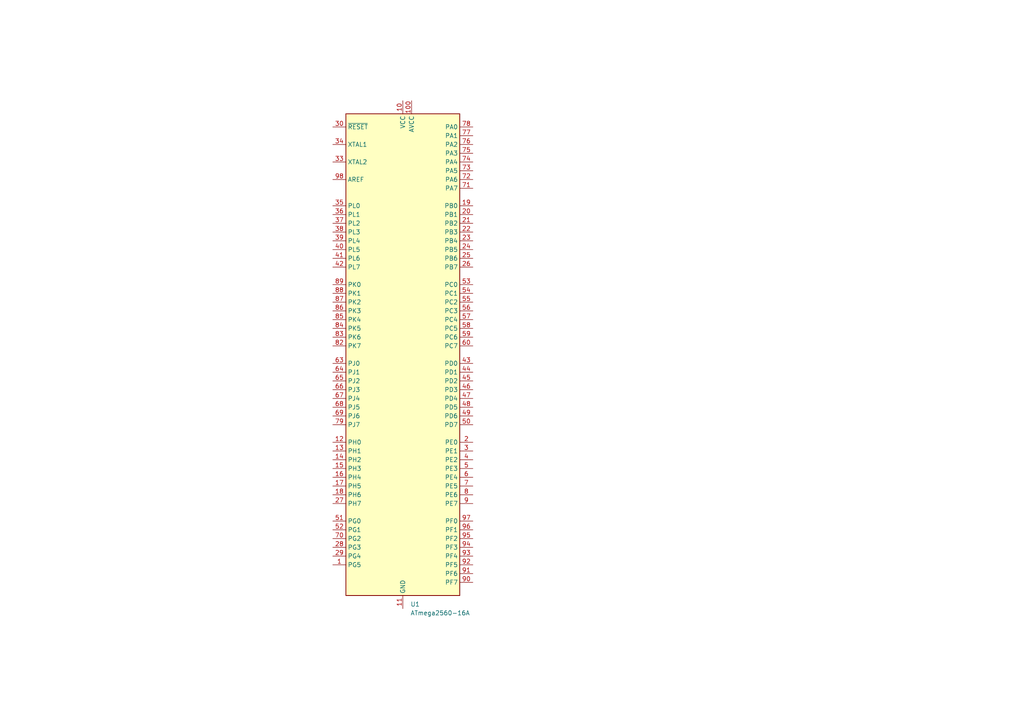
<source format=kicad_sch>
(kicad_sch (version 20230121) (generator eeschema)
  (paper "A4")
  (lib_symbols
    (symbol "MCU_Microchip_ATmega:ATmega2560-16A"
      (property "Reference" "U" (at 0 1.27 0))
      (property "Value" "ATmega2560-16A" (at 0 -1.27 0))
      (symbol "ATmega2560-16A_0_1"
        (rectangle (start -16.51 -69.85) (end 16.51 69.85) (stroke (width 0.254)) (fill (type background)))
      )
      (symbol "ATmega2560-16A_1_1"
        (pin bidirectional line (at -20.32 -60.96 0) (length 3.81) (name "PG5") (number "1"))
        (pin power_in line (at 0 73.66 270) (length 3.81) (name "VCC") (number "10"))
        (pin power_in line (at 2.54 73.66 270) (length 3.81) (name "AVCC") (number "100"))
        (pin power_in line (at 0 -73.66 90) (length 3.81) (name "GND") (number "11"))
        (pin bidirectional line (at -20.32 -25.4 0) (length 3.81) (name "PH0") (number "12"))
        (pin bidirectional line (at -20.32 -27.94 0) (length 3.81) (name "PH1") (number "13"))
        (pin bidirectional line (at -20.32 -30.48 0) (length 3.81) (name "PH2") (number "14"))
        (pin bidirectional line (at -20.32 -33.02 0) (length 3.81) (name "PH3") (number "15"))
        (pin bidirectional line (at -20.32 -35.56 0) (length 3.81) (name "PH4") (number "16"))
        (pin bidirectional line (at -20.32 -38.1 0) (length 3.81) (name "PH5") (number "17"))
        (pin bidirectional line (at -20.32 -40.64 0) (length 3.81) (name "PH6") (number "18"))
        (pin bidirectional line (at 20.32 43.18 180) (length 3.81) (name "PB0") (number "19"))
        (pin bidirectional line (at 20.32 -25.4 180) (length 3.81) (name "PE0") (number "2"))
        (pin bidirectional line (at 20.32 40.64 180) (length 3.81) (name "PB1") (number "20"))
        (pin bidirectional line (at 20.32 38.1 180) (length 3.81) (name "PB2") (number "21"))
        (pin bidirectional line (at 20.32 35.56 180) (length 3.81) (name "PB3") (number "22"))
        (pin bidirectional line (at 20.32 33.02 180) (length 3.81) (name "PB4") (number "23"))
        (pin bidirectional line (at 20.32 30.48 180) (length 3.81) (name "PB5") (number "24"))
        (pin bidirectional line (at 20.32 27.94 180) (length 3.81) (name "PB6") (number "25"))
        (pin bidirectional line (at 20.32 25.4 180) (length 3.81) (name "PB7") (number "26"))
        (pin bidirectional line (at -20.32 -43.18 0) (length 3.81) (name "PH7") (number "27"))
        (pin bidirectional line (at -20.32 -55.88 0) (length 3.81) (name "PG3") (number "28"))
        (pin bidirectional line (at -20.32 -58.42 0) (length 3.81) (name "PG4") (number "29"))
        (pin bidirectional line (at 20.32 -27.94 180) (length 3.81) (name "PE1") (number "3"))
        (pin input line (at -20.32 66.04 0) (length 3.81) (name "~{RESET}") (number "30"))
        (pin passive line (at 0 73.66 270) (length 3.81) hide (name "VCC") (number "31"))
        (pin passive line (at 0 -73.66 90) (length 3.81) hide (name "GND") (number "32"))
        (pin output line (at -20.32 55.88 0) (length 3.81) (name "XTAL2") (number "33"))
        (pin input line (at -20.32 60.96 0) (length 3.81) (name "XTAL1") (number "34"))
        (pin bidirectional line (at -20.32 43.18 0) (length 3.81) (name "PL0") (number "35"))
        (pin bidirectional line (at -20.32 40.64 0) (length 3.81) (name "PL1") (number "36"))
        (pin bidirectional line (at -20.32 38.1 0) (length 3.81) (name "PL2") (number "37"))
        (pin bidirectional line (at -20.32 35.56 0) (length 3.81) (name "PL3") (number "38"))
        (pin bidirectional line (at -20.32 33.02 0) (length 3.81) (name "PL4") (number "39"))
        (pin bidirectional line (at 20.32 -30.48 180) (length 3.81) (name "PE2") (number "4"))
        (pin bidirectional line (at -20.32 30.48 0) (length 3.81) (name "PL5") (number "40"))
        (pin bidirectional line (at -20.32 27.94 0) (length 3.81) (name "PL6") (number "41"))
        (pin bidirectional line (at -20.32 25.4 0) (length 3.81) (name "PL7") (number "42"))
        (pin bidirectional line (at 20.32 -2.54 180) (length 3.81) (name "PD0") (number "43"))
        (pin bidirectional line (at 20.32 -5.08 180) (length 3.81) (name "PD1") (number "44"))
        (pin bidirectional line (at 20.32 -7.62 180) (length 3.81) (name "PD2") (number "45"))
        (pin bidirectional line (at 20.32 -10.16 180) (length 3.81) (name "PD3") (number "46"))
        (pin bidirectional line (at 20.32 -12.7 180) (length 3.81) (name "PD4") (number "47"))
        (pin bidirectional line (at 20.32 -15.24 180) (length 3.81) (name "PD5") (number "48"))
        (pin bidirectional line (at 20.32 -17.78 180) (length 3.81) (name "PD6") (number "49"))
        (pin bidirectional line (at 20.32 -33.02 180) (length 3.81) (name "PE3") (number "5"))
        (pin bidirectional line (at 20.32 -20.32 180) (length 3.81) (name "PD7") (number "50"))
        (pin bidirectional line (at -20.32 -48.26 0) (length 3.81) (name "PG0") (number "51"))
        (pin bidirectional line (at -20.32 -50.8 0) (length 3.81) (name "PG1") (number "52"))
        (pin bidirectional line (at 20.32 20.32 180) (length 3.81) (name "PC0") (number "53"))
        (pin bidirectional line (at 20.32 17.78 180) (length 3.81) (name "PC1") (number "54"))
        (pin bidirectional line (at 20.32 15.24 180) (length 3.81) (name "PC2") (number "55"))
        (pin bidirectional line (at 20.32 12.7 180) (length 3.81) (name "PC3") (number "56"))
        (pin bidirectional line (at 20.32 10.16 180) (length 3.81) (name "PC4") (number "57"))
        (pin bidirectional line (at 20.32 7.62 180) (length 3.81) (name "PC5") (number "58"))
        (pin bidirectional line (at 20.32 5.08 180) (length 3.81) (name "PC6") (number "59"))
        (pin bidirectional line (at 20.32 -35.56 180) (length 3.81) (name "PE4") (number "6"))
        (pin bidirectional line (at 20.32 2.54 180) (length 3.81) (name "PC7") (number "60"))
        (pin passive line (at 0 73.66 270) (length 3.81) hide (name "VCC") (number "61"))
        (pin passive line (at 0 -73.66 90) (length 3.81) hide (name "GND") (number "62"))
        (pin bidirectional line (at -20.32 -2.54 0) (length 3.81) (name "PJ0") (number "63"))
        (pin bidirectional line (at -20.32 -5.08 0) (length 3.81) (name "PJ1") (number "64"))
        (pin bidirectional line (at -20.32 -7.62 0) (length 3.81) (name "PJ2") (number "65"))
        (pin bidirectional line (at -20.32 -10.16 0) (length 3.81) (name "PJ3") (number "66"))
        (pin bidirectional line (at -20.32 -12.7 0) (length 3.81) (name "PJ4") (number "67"))
        (pin bidirectional line (at -20.32 -15.24 0) (length 3.81) (name "PJ5") (number "68"))
        (pin bidirectional line (at -20.32 -17.78 0) (length 3.81) (name "PJ6") (number "69"))
        (pin bidirectional line (at 20.32 -38.1 180) (length 3.81) (name "PE5") (number "7"))
        (pin bidirectional line (at -20.32 -53.34 0) (length 3.81) (name "PG2") (number "70"))
        (pin bidirectional line (at 20.32 48.26 180) (length 3.81) (name "PA7") (number "71"))
        (pin bidirectional line (at 20.32 50.8 180) (length 3.81) (name "PA6") (number "72"))
        (pin bidirectional line (at 20.32 53.34 180) (length 3.81) (name "PA5") (number "73"))
        (pin bidirectional line (at 20.32 55.88 180) (length 3.81) (name "PA4") (number "74"))
        (pin bidirectional line (at 20.32 58.42 180) (length 3.81) (name "PA3") (number "75"))
        (pin bidirectional line (at 20.32 60.96 180) (length 3.81) (name "PA2") (number "76"))
        (pin bidirectional line (at 20.32 63.5 180) (length 3.81) (name "PA1") (number "77"))
        (pin bidirectional line (at 20.32 66.04 180) (length 3.81) (name "PA0") (number "78"))
        (pin bidirectional line (at -20.32 -20.32 0) (length 3.81) (name "PJ7") (number "79"))
        (pin bidirectional line (at 20.32 -40.64 180) (length 3.81) (name "PE6") (number "8"))
        (pin passive line (at 0 73.66 270) (length 3.81) hide (name "VCC") (number "80"))
        (pin passive line (at 0 -73.66 90) (length 3.81) hide (name "GND") (number "81"))
        (pin bidirectional line (at -20.32 2.54 0) (length 3.81) (name "PK7") (number "82"))
        (pin bidirectional line (at -20.32 5.08 0) (length 3.81) (name "PK6") (number "83"))
        (pin bidirectional line (at -20.32 7.62 0) (length 3.81) (name "PK5") (number "84"))
        (pin bidirectional line (at -20.32 10.16 0) (length 3.81) (name "PK4") (number "85"))
        (pin bidirectional line (at -20.32 12.7 0) (length 3.81) (name "PK3") (number "86"))
        (pin bidirectional line (at -20.32 15.24 0) (length 3.81) (name "PK2") (number "87"))
        (pin bidirectional line (at -20.32 17.78 0) (length 3.81) (name "PK1") (number "88"))
        (pin bidirectional line (at -20.32 20.32 0) (length 3.81) (name "PK0") (number "89"))
        (pin bidirectional line (at 20.32 -43.18 180) (length 3.81) (name "PE7") (number "9"))
        (pin bidirectional line (at 20.32 -66.04 180) (length 3.81) (name "PF7") (number "90"))
        (pin bidirectional line (at 20.32 -63.5 180) (length 3.81) (name "PF6") (number "91"))
        (pin bidirectional line (at 20.32 -60.96 180) (length 3.81) (name "PF5") (number "92"))
        (pin bidirectional line (at 20.32 -58.42 180) (length 3.81) (name "PF4") (number "93"))
        (pin bidirectional line (at 20.32 -55.88 180) (length 3.81) (name "PF3") (number "94"))
        (pin bidirectional line (at 20.32 -53.34 180) (length 3.81) (name "PF2") (number "95"))
        (pin bidirectional line (at 20.32 -50.8 180) (length 3.81) (name "PF1") (number "96"))
        (pin bidirectional line (at 20.32 -48.26 180) (length 3.81) (name "PF0") (number "97"))
        (pin passive line (at -20.32 50.8 0) (length 3.81) (name "AREF") (number "98"))
        (pin passive line (at 0 -73.66 90) (length 3.81) hide (name "GND") (number "99"))
      )
    )
  )
  (symbol (lib_id "MCU_Microchip_ATmega:ATmega2560-16A") (at 116.84 102.87 0) (unit 1)
    (property "Reference" "U1" (at 119.0341 175.26 0) (effects (justify left)))
    (property "Value" "ATmega2560-16A" (at 119.0341 177.8 0) (effects (justify left)))
    (property "Footprint" "Package_QFP:TQFP-100_14x14mm_P0.5mm" (effects hide))
    (property "Datasheet" "http://ww1.microchip.com/downloads/en/DeviceDoc/Atmel-2549-8-bit-AVR-Microcontroller-ATmega640-1280-1281-2560-2561_datasheet.pdf" (effects hide))
  )
)
</source>
